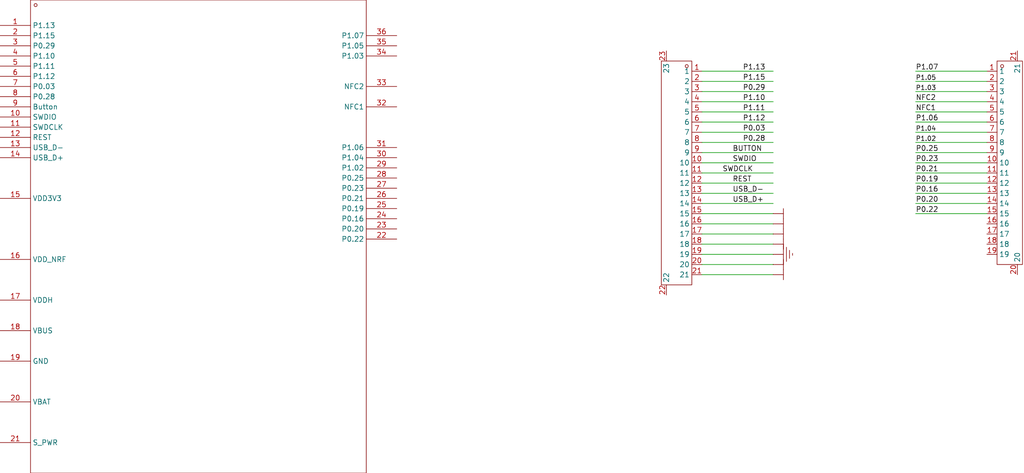
<source format=kicad_sch>
(kicad_sch (version 20250114) (generator "eeschema") (generator_version "9.0")
  (paper "User" 255.651 118.11)
  (lib_symbols
    (symbol "ProPrj_T-E-easyedapro:AFD01-S19FCA-00"
      (property "Reference" "AFD01-S19FCA-" (at 0 0 0))
      (symbol "AFD01-S19FCA-00_1_0"
        (rectangle (start -2.54 25.4) (end 3.81 -25.4))
        (circle (center -1.27 24.13) (radius 0.381))
        (pin unspecified line (at -5.08 22.86 0) (length 2.54) (name "1") (number "1"))
        (pin unspecified line (at -5.08 20.32 0) (length 2.54) (name "2") (number "2"))
        (pin unspecified line (at -5.08 17.78 0) (length 2.54) (name "3") (number "3"))
        (pin unspecified line (at -5.08 15.24 0) (length 2.54) (name "4") (number "4"))
        (pin unspecified line (at -5.08 12.7 0) (length 2.54) (name "5") (number "5"))
        (pin unspecified line (at -5.08 10.16 0) (length 2.54) (name "6") (number "6"))
        (pin unspecified line (at -5.08 7.62 0) (length 2.54) (name "7") (number "7"))
        (pin unspecified line (at -5.08 5.08 0) (length 2.54) (name "8") (number "8"))
        (pin unspecified line (at -5.08 2.54 0) (length 2.54) (name "9") (number "9"))
        (pin unspecified line (at -5.08 0 0) (length 2.54) (name "10") (number "10"))
        (pin unspecified line (at -5.08 -2.54 0) (length 2.54) (name "11") (number "11"))
        (pin unspecified line (at -5.08 -5.08 0) (length 2.54) (name "12") (number "12"))
        (pin unspecified line (at -5.08 -7.62 0) (length 2.54) (name "13") (number "13"))
        (pin unspecified line (at -5.08 -10.16 0) (length 2.54) (name "14") (number "14"))
        (pin unspecified line (at -5.08 -12.7 0) (length 2.54) (name "15") (number "15"))
        (pin unspecified line (at -5.08 -15.24 0) (length 2.54) (name "16") (number "16"))
        (pin unspecified line (at -5.08 -17.78 0) (length 2.54) (name "17") (number "17"))
        (pin unspecified line (at -5.08 -20.32 0) (length 2.54) (name "18") (number "18"))
        (pin unspecified line (at -5.08 -22.86 0) (length 2.54) (name "19") (number "19"))
        (pin unspecified line (at 2.54 27.94 270) (length 2.54) (name "21") (number "21"))
        (pin unspecified line (at 2.54 -27.94 90) (length 2.54) (name "20") (number "20"))
      )
    )
    (symbol "ProPrj_T-E-easyedapro:AFD01-S21FCC-00"
      (property "Reference" "AFD01-S21FCC-" (at 0 0 0))
      (symbol "AFD01-S21FCC-00_1_0"
        (circle (center -1.27 26.67) (radius 0.381))
        (rectangle (start 5.08 -27.94) (end -2.54 27.94))
        (pin unspecified line (at -5.08 25.4 0) (length 2.54) (name "1") (number "1"))
        (pin unspecified line (at -5.08 22.86 0) (length 2.54) (name "2") (number "2"))
        (pin unspecified line (at -5.08 20.32 0) (length 2.54) (name "3") (number "3"))
        (pin unspecified line (at -5.08 17.78 0) (length 2.54) (name "4") (number "4"))
        (pin unspecified line (at -5.08 15.24 0) (length 2.54) (name "5") (number "5"))
        (pin unspecified line (at -5.08 12.7 0) (length 2.54) (name "6") (number "6"))
        (pin unspecified line (at -5.08 10.16 0) (length 2.54) (name "7") (number "7"))
        (pin unspecified line (at -5.08 7.62 0) (length 2.54) (name "8") (number "8"))
        (pin unspecified line (at -5.08 5.08 0) (length 2.54) (name "9") (number "9"))
        (pin unspecified line (at -5.08 2.54 0) (length 2.54) (name "10") (number "10"))
        (pin unspecified line (at -5.08 0 0) (length 2.54) (name "11") (number "11"))
        (pin unspecified line (at -5.08 -2.54 0) (length 2.54) (name "12") (number "12"))
        (pin unspecified line (at -5.08 -5.08 0) (length 2.54) (name "13") (number "13"))
        (pin unspecified line (at -5.08 -7.62 0) (length 2.54) (name "14") (number "14"))
        (pin unspecified line (at -5.08 -10.16 0) (length 2.54) (name "15") (number "15"))
        (pin unspecified line (at -5.08 -12.7 0) (length 2.54) (name "16") (number "16"))
        (pin unspecified line (at -5.08 -15.24 0) (length 2.54) (name "17") (number "17"))
        (pin unspecified line (at -5.08 -17.78 0) (length 2.54) (name "18") (number "18"))
        (pin unspecified line (at -5.08 -20.32 0) (length 2.54) (name "19") (number "19"))
        (pin unspecified line (at -5.08 -22.86 0) (length 2.54) (name "20") (number "20"))
        (pin unspecified line (at -5.08 -25.4 0) (length 2.54) (name "21") (number "21"))
        (pin unspecified line (at 3.81 30.48 270) (length 2.54) (name "23") (number "23"))
        (pin unspecified line (at 3.81 -30.48 90) (length 2.54) (name "22") (number "22"))
      )
    )
    (symbol "ProPrj_T-E-easyedapro:E73-2G4M08S1CX"
      (symbol "E73-2G4M08S1CX_1_0"
        (rectangle (start -45.72 44.45) (end 38.1 -73.66))
        (circle (center -44.45 43.18) (radius 0.381))
        (pin unspecified line (at -53.34 38.1 0) (length 7.62) (name "P1.13") (number "1"))
        (pin unspecified line (at -53.34 35.56 0) (length 7.62) (name "P1.15") (number "2"))
        (pin unspecified line (at -53.34 33.02 0) (length 7.62) (name "P0.29") (number "3"))
        (pin unspecified line (at -53.34 30.48 0) (length 7.62) (name "P1.10") (number "4"))
        (pin unspecified line (at -53.34 27.94 0) (length 7.62) (name "P1.11") (number "5"))
        (pin unspecified line (at -53.34 25.4 0) (length 7.62) (name "P1.12") (number "6"))
        (pin unspecified line (at -53.34 22.86 0) (length 7.62) (name "P0.03") (number "7"))
        (pin unspecified line (at -53.34 20.32 0) (length 7.62) (name "P0.28") (number "8"))
        (pin unspecified line (at -53.34 17.78 0) (length 7.62) (name "Button") (number "9"))
        (pin unspecified line (at -53.34 15.24 0) (length 7.62) (name "SWDIO") (number "10"))
        (pin unspecified line (at -53.34 12.7 0) (length 7.62) (name "SWDCLK") (number "11"))
        (pin unspecified line (at -53.34 10.16 0) (length 7.62) (name "REST") (number "12"))
        (pin unspecified line (at -53.34 7.62 0) (length 7.62) (name "USB_D-") (number "13"))
        (pin unspecified line (at -53.34 5.08 0) (length 7.62) (name "USB_D+") (number "14"))
        (pin unspecified line (at -53.34 -5.08 0) (length 7.62) (name "VDD3V3") (number "15"))
        (pin unspecified line (at -53.34 -20.32 0) (length 7.62) (name "VDD_NRF") (number "16"))
        (pin unspecified line (at -53.34 -30.48 0) (length 7.62) (name "VDDH") (number "17"))
        (pin unspecified line (at -53.34 -38.1 0) (length 7.62) (name "VBUS") (number "18"))
        (pin unspecified line (at -53.34 -45.72 0) (length 7.62) (name "GND") (number "19"))
        (pin unspecified line (at -53.34 -55.88 0) (length 7.62) (name "VBAT") (number "20"))
        (pin unspecified line (at -53.34 -66.04 0) (length 7.62) (name "S_PWR") (number "21"))
        (pin unspecified line (at 45.72 35.56 180) (length 7.62) (name "P1.07") (number "36"))
        (pin unspecified line (at 45.72 33.02 180) (length 7.62) (name "P1.05") (number "35"))
        (pin unspecified line (at 45.72 30.48 180) (length 7.62) (name "P1.03") (number "34"))
        (pin unspecified line (at 45.72 22.86 180) (length 7.62) (name "NFC2") (number "33"))
        (pin unspecified line (at 45.72 17.78 180) (length 7.62) (name "NFC1") (number "32"))
        (pin unspecified line (at 45.72 7.62 180) (length 7.62) (name "P1.06") (number "31"))
        (pin unspecified line (at 45.72 5.08 180) (length 7.62) (name "P1.04") (number "30"))
        (pin unspecified line (at 45.72 2.54 180) (length 7.62) (name "P1.02") (number "29"))
        (pin unspecified line (at 45.72 0 180) (length 7.62) (name "P0.25") (number "28"))
        (pin unspecified line (at 45.72 -2.54 180) (length 7.62) (name "P0.23") (number "27"))
        (pin unspecified line (at 45.72 -5.08 180) (length 7.62) (name "P0.21") (number "26"))
        (pin unspecified line (at 45.72 -7.62 180) (length 7.62) (name "P0.19") (number "25"))
        (pin unspecified line (at 45.72 -10.16 180) (length 7.62) (name "P0.16") (number "24"))
        (pin unspecified line (at 45.72 -12.7 180) (length 7.62) (name "P0.20") (number "23"))
        (pin unspecified line (at 45.72 -15.24 180) (length 7.62) (name "P0.22") (number "22"))
      )
    )
    (symbol "ProPrj_T-E-easyedapro:GND" (power) (pin_numbers (hide yes)) (pin_names (hide yes))
      (symbol "GND_1_0"
        (polyline (pts (xy 0 0) (xy 2.54 0)))
        (polyline (pts (xy 2.54 2.54) (xy 2.54 -2.54)))
        (polyline (pts (xy 3.302 1.778) (xy 3.302 -1.778)))
        (polyline (pts (xy 4.064 1.016) (xy 4.064 -1.016)))
        (polyline (pts (xy 4.826 0.254) (xy 4.826 -0.254)))
        (pin power_in line (at 0 0 270) (length 0) (name "") (number "1"))
      )
    )
    (symbol "ProPrj_T-E-easyedapro:S_PWR" (power) (pin_numbers (hide yes)) (pin_names (hide yes))
      (symbol "S_PWR_1_0"
        (polyline (pts (xy 0 0) (xy 2.54 0)))
        (polyline (pts (xy 2.54 1.27) (xy 2.54 -1.27)))
        (pin power_in line (at 0 0 270) (length 0) (name "") (number "1"))
      )
    )
    (symbol "ProPrj_T-E-easyedapro:VBAT" (power) (pin_numbers (hide yes)) (pin_names (hide yes))
      (symbol "VBAT_1_0"
        (polyline (pts (xy 0 0) (xy 2.54 0)))
        (polyline (pts (xy 2.54 1.27) (xy 2.54 -1.27)))
        (pin power_in line (at 0 0 270) (length 0) (name "") (number "1"))
      )
    )
    (symbol "ProPrj_T-E-easyedapro:VBUS" (power) (pin_numbers (hide yes)) (pin_names (hide yes))
      (symbol "VBUS_1_0"
        (polyline (pts (xy 0 0) (xy 2.54 0)))
        (polyline (pts (xy 2.54 1.27) (xy 2.54 -1.27)))
        (pin power_in line (at 0 0 270) (length 0) (name "") (number "1"))
      )
    )
    (symbol "ProPrj_T-E-easyedapro:VDD3V3" (power) (pin_numbers (hide yes)) (pin_names (hide yes))
      (symbol "VDD3V3_1_0"
        (polyline (pts (xy 0 0) (xy 2.54 0)))
        (polyline (pts (xy 2.54 1.27) (xy 2.54 -1.27)))
        (pin power_in line (at 0 0 270) (length 0) (name "") (number "1"))
      )
    )
    (symbol "ProPrj_T-E-easyedapro:VDDH" (power) (pin_numbers (hide yes)) (pin_names (hide yes))
      (symbol "VDDH_1_0"
        (polyline (pts (xy 0 0) (xy 2.54 0)))
        (polyline (pts (xy 2.54 1.27) (xy 2.54 -1.27)))
        (pin power_in line (at 0 0 270) (length 0) (name "") (number "1"))
      )
    )
    (symbol "ProPrj_T-E-easyedapro:VDD_NRF" (power) (pin_numbers (hide yes)) (pin_names (hide yes))
      (symbol "VDD_NRF_1_0"
        (polyline (pts (xy 0 0) (xy 2.54 0)))
        (polyline (pts (xy 2.54 1.27) (xy 2.54 -1.27)))
        (pin power_in line (at 0 0 270) (length 0) (name "") (number "1"))
      )
    )
  )
  (wire (pts (xy 175.26 55.88) (xy 193.04 55.88)))
  (wire (pts (xy 175.26 48.26) (xy 193.04 48.26)))
  (wire (pts (xy 175.26 35.56) (xy 193.04 35.56)))
  (wire (pts (xy 246.38 43.18) (xy 228.6 43.18)))
  (wire (pts (xy 175.26 22.86) (xy 193.04 22.86)))
  (wire (pts (xy 175.26 63.5) (xy 193.04 63.5)))
  (wire (pts (xy 246.38 30.48) (xy 228.6 30.48)))
  (wire (pts (xy 175.26 68.58) (xy 193.04 68.58)))
  (wire (pts (xy 246.38 45.72) (xy 228.6 45.72)))
  (wire (pts (xy 175.26 60.96) (xy 193.04 60.96)))
  (wire (pts (xy 175.26 53.34) (xy 193.04 53.34)))
  (wire (pts (xy 246.38 27.94) (xy 228.6 27.94)))
  (wire (pts (xy 175.26 43.18) (xy 193.04 43.18)))
  (wire (pts (xy 175.26 66.04) (xy 193.04 66.04)))
  (wire (pts (xy 175.26 45.72) (xy 193.04 45.72)))
  (wire (pts (xy 246.38 35.56) (xy 228.6 35.56)))
  (wire (pts (xy 246.38 40.64) (xy 228.6 40.64)))
  (wire (pts (xy 246.38 38.1) (xy 228.6 38.1)))
  (wire (pts (xy 246.38 53.34) (xy 228.6 53.34)))
  (wire (pts (xy 175.26 27.94) (xy 193.04 27.94)))
  (wire (pts (xy 246.38 33.02) (xy 228.6 33.02)))
  (wire (pts (xy 246.38 25.4) (xy 228.6 25.4)))
  (wire (pts (xy 175.26 58.42) (xy 193.04 58.42)))
  (wire (pts (xy 175.26 25.4) (xy 193.04 25.4)))
  (wire (pts (xy 175.26 38.1) (xy 193.04 38.1)))
  (wire (pts (xy 175.26 30.48) (xy 193.04 30.48)))
  (wire (pts (xy 246.38 48.26) (xy 228.6 48.26)))
  (wire (pts (xy 175.26 17.78) (xy 193.04 17.78)))
  (wire (pts (xy 175.26 50.8) (xy 193.04 50.8)))
  (wire (pts (xy 246.38 22.86) (xy 228.6 22.86)))
  (wire (pts (xy 246.38 20.32) (xy 228.6 20.32)))
  (wire (pts (xy 246.38 17.78) (xy 228.6 17.78)))
  (wire (pts (xy 175.26 40.64) (xy 193.04 40.64)))
  (wire (pts (xy 175.26 20.32) (xy 193.04 20.32)))
  (wire (pts (xy 175.26 33.02) (xy 193.04 33.02)))
  (wire (pts (xy 246.38 50.8) (xy 228.6 50.8)))
  (label "P1.12" (at 185.42 30.48 0))
  (label "P0.21" (at 228.6 43.18 0))
  (label "P1.07" (at 228.6 17.78 0))
  (label "P0.22" (at 228.6 53.34 0))
  (label "P0.23" (at 228.6 40.64 0))
  (label "P0.20" (at 228.6 50.8 0))
  (label "P0.28" (at 185.42 35.56 0))
  (label "P1.04" (at 228.6 33.02 0) (effects (font (size 1.143 1.143))))
  (label "P1.11" (at 185.42 27.94 0))
  (label "P1.15" (at 185.42 20.32 0))
  (label "P0.03" (at 185.42 33.02 0))
  (label "P0.16" (at 228.6 48.26 0))
  (label "SWDCLK" (at 180.34 43.18 0))
  (label "BUTTON" (at 182.88 38.1 0))
  (label "P1.06" (at 228.6 30.48 0))
  (label "P1.05" (at 228.6 20.32 0) (effects (font (size 1.143 1.143))))
  (label "P0.29" (at 185.42 22.86 0))
  (label "SWDIO" (at 182.88 40.64 0))
  (label "P0.25" (at 228.6 38.1 0))
  (label "USB_D+" (at 182.88 50.8 0))
  (label "NFC2" (at 228.6 25.4 0))
  (label "NFC1" (at 228.6 27.94 0))
  (label "P1.03" (at 228.6 22.86 0) (effects (font (size 1.143 1.143))))
  (label "P1.13" (at 185.42 17.78 0))
  (label "REST" (at 182.88 45.72 0))
  (label "USB_D-" (at 182.88 48.26 0))
  (label "P1.10" (at 185.42 25.4 0))
  (label "P1.02" (at 228.6 35.56 0) (effects (font (size 1.143 1.143))))
  (label "P0.19" (at 228.6 45.72 0))
  (symbol (lib_id "ProPrj_T-E-easyedapro:VDD3V3") (at 193.04 53.34 0) (unit 1)
    (property "Reference" "#PWR?" (effects (hide yes)))
    (property "Footprint" "ProPrj_T-E-easyedapro:" (effects (hide yes)))
  )
  (symbol (lib_id "ProPrj_T-E-easyedapro:VBUS") (at 193.04 60.96 0) (unit 1)
    (property "Reference" "#PWR?" (effects (hide yes)))
    (property "Footprint" "ProPrj_T-E-easyedapro:" (effects (hide yes)))
  )
  (symbol (lib_id "ProPrj_T-E-easyedapro:E73-2G4M08S1CX") (at 53.34 44.45 0) (unit 1)
    (property "Reference" "U1" (effects (hide yes)))
    (property "Value" "E73-2G4M08S1CX" (effects (hide yes)))
    (property "Footprint" "ProPrj_T-E-easyedapro:T_Ech0_lite" (effects (hide yes)))
    (property "Datasheet" "https://atta.szlcsc.com/upload/public/pdf/source/20210402/C2764963_6E10C25D029F526AB984A9EF9E3F423E.pdf" (effects (hide yes)))
    (property "Manufacturer Part" "E73-2G4M08S1CX" (effects (hide yes)))
    (property "Manufacturer" "EBYTE(亿佰特)" (effects (hide yes)))
    (property "Supplier Part" "C2764963" (effects (hide yes)))
    (property "Supplier" "LCSC" (effects (hide yes)))
    (property "LCSC Part Name" "nRF52840 2.4GHz BLE4.2/5.0 低功耗蓝牙模块 OTA窜升级ARM" (effects (hide yes)))
    (property "Design Item ID" "E73-2G4M08S1CX" (effects (hide yes)))
    (property "Library Name" "T_Echo_lite_Eapper_2" (effects (hide yes)))
    (property "Origin Footprint 1" "T_Ech0_lite" (effects (hide yes)))
  )
  (symbol (lib_id "ProPrj_T-E-easyedapro:VBAT") (at 193.04 66.04 0) (unit 1)
    (property "Reference" "#PWR?" (effects (hide yes)))
    (property "Footprint" "ProPrj_T-E-easyedapro:" (effects (hide yes)))
  )
  (symbol (lib_id "ProPrj_T-E-easyedapro:AFD01-S21FCC-00") (at 170.18 43.18 0) (mirror y) (unit 1)
    (property "Reference" "P0" (effects (hide yes)))
    (property "Value" "AFD01-S21FCC-00" (effects (hide yes)))
    (property "Footprint" "ProPrj_T-E-easyedapro:SPAD___21" (effects (hide yes)))
    (property "Datasheet" "https://atta.szlcsc.com/upload/public/pdf/source/20230921/C984413AEFF3A883511B509B58F9A1F7.pdf" (effects (hide yes)))
    (property "Manufacturer Part" "AFD01-S21FCC-00" (effects (hide yes)))
    (property "Manufacturer" "JS(钜硕电子)" (effects (hide yes)))
    (property "Supplier Part" "C18198543" (effects (hide yes)))
    (property "Supplier" "LCSC" (effects (hide yes)))
    (property "LCSC Part Name" "间距:0.5mm P数:21P 翻盖式 下接" (effects (hide yes)))
    (property "Design Item ID" "AFD01-S21FCC-00" (effects (hide yes)))
    (property "Origin Footprint 1" "SPAD___21" (effects (hide yes)))
  )
  (symbol (lib_id "ProPrj_T-E-easyedapro:VDD_NRF") (at 193.04 55.88 0) (unit 1)
    (property "Reference" "#PWR?" (effects (hide yes)))
    (property "Footprint" "ProPrj_T-E-easyedapro:" (effects (hide yes)))
  )
  (symbol (lib_id "ProPrj_T-E-easyedapro:VDDH") (at 193.04 58.42 0) (unit 1)
    (property "Reference" "#PWR?" (effects (hide yes)))
    (property "Footprint" "ProPrj_T-E-easyedapro:" (effects (hide yes)))
  )
  (symbol (lib_id "ProPrj_T-E-easyedapro:AFD01-S19FCA-00") (at 251.46 40.64 0) (unit 1)
    (property "Reference" "P3" (effects (hide yes)))
    (property "Value" "AFD01-S19FCA-00" (effects (hide yes)))
    (property "Footprint" "ProPrj_T-E-easyedapro:SPAD___15" (effects (hide yes)))
    (property "Datasheet" "https://atta.szlcsc.com/upload/public/pdf/source/20230921/C984413AEFF3A883511B509B58F9A1F7.pdf" (effects (hide yes)))
    (property "Manufacturer Part" "AFD01-S19FCA-00" (effects (hide yes)))
    (property "Manufacturer" "JS(钜硕电子)" (effects (hide yes)))
    (property "Supplier Part" "C18198586" (effects (hide yes)))
    (property "Supplier" "LCSC" (effects (hide yes)))
    (property "LCSC Part Name" "间距:0.5mm P数:19P 翻盖式 下接" (effects (hide yes)))
    (property "Design Item ID" "AFD01-S19FCA-00" (effects (hide yes)))
    (property "Origin Footprint 1" "SPAD___15" (effects (hide yes)))
  )
  (symbol (lib_id "ProPrj_T-E-easyedapro:S_PWR") (at 193.04 68.58 0) (unit 1)
    (property "Reference" "#PWR?" (effects (hide yes)))
    (property "Footprint" "ProPrj_T-E-easyedapro:" (effects (hide yes)))
  )
  (symbol (lib_id "ProPrj_T-E-easyedapro:GND") (at 193.04 63.5 0) (unit 1)
    (property "Reference" "#PWR?" (effects (hide yes)))
    (property "Footprint" "ProPrj_T-E-easyedapro:" (effects (hide yes)))
  )
)
</source>
